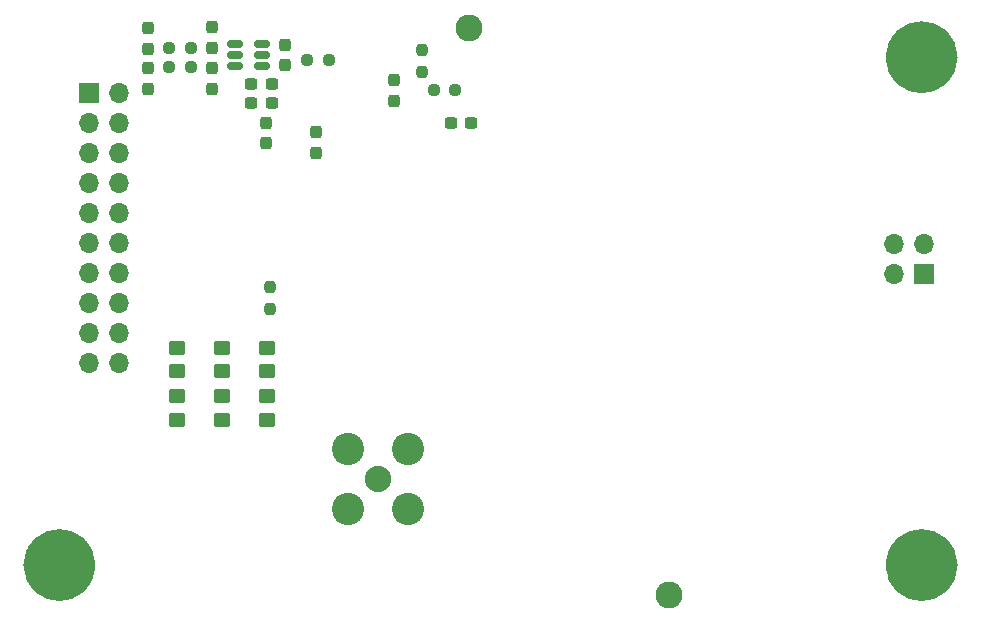
<source format=gbr>
%TF.GenerationSoftware,KiCad,Pcbnew,8.0.9-8.0.9-0~ubuntu22.04.1*%
%TF.CreationDate,2026-02-07T13:45:35+01:00*%
%TF.ProjectId,HW_0008_PrestoLO_2GHz_rev01a,48575f30-3030-4385-9f50-726573746f4c,rev?*%
%TF.SameCoordinates,Original*%
%TF.FileFunction,Soldermask,Bot*%
%TF.FilePolarity,Negative*%
%FSLAX46Y46*%
G04 Gerber Fmt 4.6, Leading zero omitted, Abs format (unit mm)*
G04 Created by KiCad (PCBNEW 8.0.9-8.0.9-0~ubuntu22.04.1) date 2026-02-07 13:45:35*
%MOMM*%
%LPD*%
G01*
G04 APERTURE LIST*
G04 Aperture macros list*
%AMRoundRect*
0 Rectangle with rounded corners*
0 $1 Rounding radius*
0 $2 $3 $4 $5 $6 $7 $8 $9 X,Y pos of 4 corners*
0 Add a 4 corners polygon primitive as box body*
4,1,4,$2,$3,$4,$5,$6,$7,$8,$9,$2,$3,0*
0 Add four circle primitives for the rounded corners*
1,1,$1+$1,$2,$3*
1,1,$1+$1,$4,$5*
1,1,$1+$1,$6,$7*
1,1,$1+$1,$8,$9*
0 Add four rect primitives between the rounded corners*
20,1,$1+$1,$2,$3,$4,$5,0*
20,1,$1+$1,$4,$5,$6,$7,0*
20,1,$1+$1,$6,$7,$8,$9,0*
20,1,$1+$1,$8,$9,$2,$3,0*%
G04 Aperture macros list end*
%ADD10C,3.050000*%
%ADD11C,2.286000*%
%ADD12R,1.700000X1.700000*%
%ADD13O,1.700000X1.700000*%
%ADD14RoundRect,0.250000X-0.450000X0.350000X-0.450000X-0.350000X0.450000X-0.350000X0.450000X0.350000X0*%
%ADD15RoundRect,0.237500X0.237500X-0.300000X0.237500X0.300000X-0.237500X0.300000X-0.237500X-0.300000X0*%
%ADD16RoundRect,0.237500X-0.250000X-0.237500X0.250000X-0.237500X0.250000X0.237500X-0.250000X0.237500X0*%
%ADD17RoundRect,0.237500X-0.237500X0.250000X-0.237500X-0.250000X0.237500X-0.250000X0.237500X0.250000X0*%
%ADD18RoundRect,0.150000X0.512500X0.150000X-0.512500X0.150000X-0.512500X-0.150000X0.512500X-0.150000X0*%
%ADD19RoundRect,0.237500X0.300000X0.237500X-0.300000X0.237500X-0.300000X-0.237500X0.300000X-0.237500X0*%
%ADD20RoundRect,0.237500X0.250000X0.237500X-0.250000X0.237500X-0.250000X-0.237500X0.250000X-0.237500X0*%
%ADD21RoundRect,0.237500X-0.237500X0.287500X-0.237500X-0.287500X0.237500X-0.287500X0.237500X0.287500X0*%
%ADD22RoundRect,0.237500X-0.237500X0.300000X-0.237500X-0.300000X0.237500X-0.300000X0.237500X0.300000X0*%
%ADD23C,2.240000*%
%ADD24C,2.740000*%
G04 APERTURE END LIST*
D10*
X144025000Y-40000000D02*
G75*
G02*
X140975000Y-40000000I-1525000J0D01*
G01*
X140975000Y-40000000D02*
G75*
G02*
X144025000Y-40000000I1525000J0D01*
G01*
X71025000Y-83000000D02*
G75*
G02*
X67975000Y-83000000I-1525000J0D01*
G01*
X67975000Y-83000000D02*
G75*
G02*
X71025000Y-83000000I1525000J0D01*
G01*
X144025000Y-83000000D02*
G75*
G02*
X140975000Y-83000000I-1525000J0D01*
G01*
X140975000Y-83000000D02*
G75*
G02*
X144025000Y-83000000I1525000J0D01*
G01*
D11*
%TO.C,J103*%
X104200000Y-37500000D03*
X121100000Y-85500000D03*
%TD*%
D12*
%TO.C,J101*%
X72000000Y-43000000D03*
D13*
X74540000Y-43000000D03*
X72000000Y-45540000D03*
X74540000Y-45540000D03*
X72000000Y-48080000D03*
X74540000Y-48080000D03*
X72000000Y-50620000D03*
X74540000Y-50620000D03*
X72000000Y-53160000D03*
X74540000Y-53160000D03*
X72000000Y-55700000D03*
X74540000Y-55700000D03*
X72000000Y-58240000D03*
X74540000Y-58240000D03*
X72000000Y-60780000D03*
X74540000Y-60780000D03*
X72000000Y-63320000D03*
X74540000Y-63320000D03*
X72000000Y-65860000D03*
X74540000Y-65860000D03*
%TD*%
D14*
%TO.C,R121*%
X87100000Y-68687500D03*
X87100000Y-70687500D03*
%TD*%
D15*
%TO.C,C138*%
X88600000Y-40662500D03*
X88600000Y-38937500D03*
%TD*%
D16*
%TO.C,R112*%
X90487500Y-40200000D03*
X92312500Y-40200000D03*
%TD*%
D14*
%TO.C,R117*%
X83300000Y-68687500D03*
X83300000Y-70687500D03*
%TD*%
D17*
%TO.C,R111*%
X100200000Y-39387500D03*
X100200000Y-41212500D03*
%TD*%
%TO.C,R110*%
X87300000Y-59487500D03*
X87300000Y-61312500D03*
%TD*%
D14*
%TO.C,R120*%
X87100000Y-64600000D03*
X87100000Y-66600000D03*
%TD*%
D18*
%TO.C,U103*%
X86675000Y-38850000D03*
X86675000Y-39800000D03*
X86675000Y-40750000D03*
X84400000Y-40750000D03*
X84400000Y-39800000D03*
X84400000Y-38850000D03*
%TD*%
D19*
%TO.C,C124*%
X87462500Y-43900000D03*
X85737500Y-43900000D03*
%TD*%
D15*
%TO.C,C118*%
X82400000Y-42662500D03*
X82400000Y-40937500D03*
%TD*%
%TO.C,C119*%
X87000000Y-47262500D03*
X87000000Y-45537500D03*
%TD*%
D14*
%TO.C,R118*%
X79500000Y-64600000D03*
X79500000Y-66600000D03*
%TD*%
D20*
%TO.C,R113*%
X103012500Y-42800000D03*
X101187500Y-42800000D03*
%TD*%
D14*
%TO.C,R119*%
X79500000Y-68687500D03*
X79500000Y-70687500D03*
%TD*%
D12*
%TO.C,J102*%
X142675000Y-58375000D03*
D13*
X142675000Y-55835000D03*
X140135000Y-58375000D03*
X140135000Y-55835000D03*
%TD*%
D21*
%TO.C,FB102*%
X91200000Y-46325000D03*
X91200000Y-48075000D03*
%TD*%
D16*
%TO.C,R102*%
X78800000Y-40800000D03*
X80625000Y-40800000D03*
%TD*%
D22*
%TO.C,C114*%
X77000000Y-37537500D03*
X77000000Y-39262500D03*
%TD*%
D14*
%TO.C,R116*%
X83300000Y-64600000D03*
X83300000Y-66600000D03*
%TD*%
D21*
%TO.C,FB110*%
X97800000Y-41925000D03*
X97800000Y-43675000D03*
%TD*%
D23*
%TO.C,J104*%
X96500000Y-75750000D03*
D24*
X93960000Y-73210000D03*
X93960000Y-78290000D03*
X99040000Y-73210000D03*
X99040000Y-78290000D03*
%TD*%
D16*
%TO.C,R101*%
X78800000Y-39200000D03*
X80625000Y-39200000D03*
%TD*%
D19*
%TO.C,C127*%
X87462500Y-42300000D03*
X85737500Y-42300000D03*
%TD*%
%TO.C,C169*%
X104362500Y-45600000D03*
X102637500Y-45600000D03*
%TD*%
D15*
%TO.C,C107*%
X77000000Y-42662500D03*
X77000000Y-40937500D03*
%TD*%
D22*
%TO.C,C121*%
X82400000Y-37475000D03*
X82400000Y-39200000D03*
%TD*%
M02*

</source>
